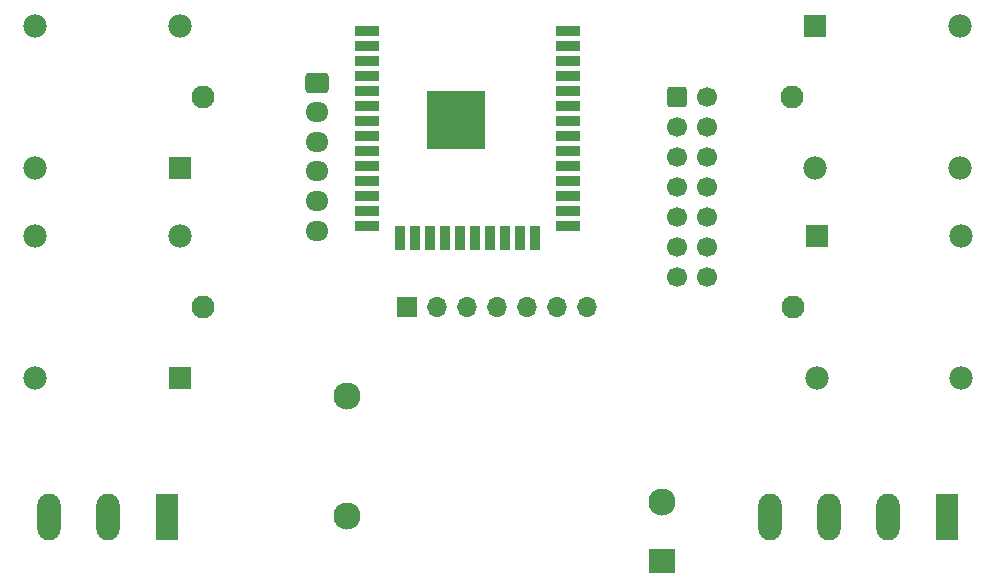
<source format=gbr>
%TF.GenerationSoftware,KiCad,Pcbnew,(6.0.4)*%
%TF.CreationDate,2022-04-23T22:51:50+05:30*%
%TF.ProjectId,esp32 switch,65737033-3220-4737-9769-7463682e6b69,rev?*%
%TF.SameCoordinates,Original*%
%TF.FileFunction,Soldermask,Top*%
%TF.FilePolarity,Negative*%
%FSLAX46Y46*%
G04 Gerber Fmt 4.6, Leading zero omitted, Abs format (unit mm)*
G04 Created by KiCad (PCBNEW (6.0.4)) date 2022-04-23 22:51:50*
%MOMM*%
%LPD*%
G01*
G04 APERTURE LIST*
G04 Aperture macros list*
%AMRoundRect*
0 Rectangle with rounded corners*
0 $1 Rounding radius*
0 $2 $3 $4 $5 $6 $7 $8 $9 X,Y pos of 4 corners*
0 Add a 4 corners polygon primitive as box body*
4,1,4,$2,$3,$4,$5,$6,$7,$8,$9,$2,$3,0*
0 Add four circle primitives for the rounded corners*
1,1,$1+$1,$2,$3*
1,1,$1+$1,$4,$5*
1,1,$1+$1,$6,$7*
1,1,$1+$1,$8,$9*
0 Add four rect primitives between the rounded corners*
20,1,$1+$1,$2,$3,$4,$5,0*
20,1,$1+$1,$4,$5,$6,$7,0*
20,1,$1+$1,$6,$7,$8,$9,0*
20,1,$1+$1,$8,$9,$2,$3,0*%
G04 Aperture macros list end*
%ADD10RoundRect,0.250000X-0.600000X-0.600000X0.600000X-0.600000X0.600000X0.600000X-0.600000X0.600000X0*%
%ADD11C,1.700000*%
%ADD12R,2.300000X2.000000*%
%ADD13C,2.300000*%
%ADD14R,1.980000X1.980000*%
%ADD15C,1.980000*%
%ADD16C,1.935000*%
%ADD17R,1.700000X1.700000*%
%ADD18O,1.700000X1.700000*%
%ADD19R,2.000000X0.900000*%
%ADD20R,0.900000X2.000000*%
%ADD21R,5.000000X5.000000*%
%ADD22R,1.980000X3.960000*%
%ADD23O,1.980000X3.960000*%
%ADD24RoundRect,0.250000X-0.725000X0.600000X-0.725000X-0.600000X0.725000X-0.600000X0.725000X0.600000X0*%
%ADD25O,1.950000X1.700000*%
G04 APERTURE END LIST*
D10*
%TO.C,J3*%
X147320000Y-63500000D03*
D11*
X149860000Y-63500000D03*
X147320000Y-66040000D03*
X149860000Y-66040000D03*
X147320000Y-68580000D03*
X149860000Y-68580000D03*
X147320000Y-71120000D03*
X149860000Y-71120000D03*
X147320000Y-73660000D03*
X149860000Y-73660000D03*
X147320000Y-76200000D03*
X149860000Y-76200000D03*
X147320000Y-78740000D03*
X149860000Y-78740000D03*
%TD*%
D12*
%TO.C,PS1*%
X146050000Y-102830000D03*
D13*
X146050000Y-97830000D03*
X119380000Y-99020000D03*
X119380000Y-88820000D03*
%TD*%
D14*
%TO.C,K3*%
X105160000Y-69500000D03*
D15*
X105160000Y-57500000D03*
D16*
X107160000Y-63500000D03*
D15*
X92960000Y-69500000D03*
X92960000Y-57500000D03*
%TD*%
D17*
%TO.C,J6*%
X124460000Y-81280000D03*
D18*
X127000000Y-81280000D03*
X129540000Y-81280000D03*
X132080000Y-81280000D03*
X134620000Y-81280000D03*
X137160000Y-81280000D03*
X139700000Y-81280000D03*
%TD*%
D14*
%TO.C,K4*%
X105160000Y-87280000D03*
D15*
X105160000Y-75280000D03*
D16*
X107160000Y-81280000D03*
D15*
X92960000Y-87280000D03*
X92960000Y-75280000D03*
%TD*%
D14*
%TO.C,K1*%
X159140000Y-75280000D03*
D15*
X159140000Y-87280000D03*
D16*
X157140000Y-81280000D03*
D15*
X171340000Y-75280000D03*
X171340000Y-87280000D03*
%TD*%
D19*
%TO.C,U2*%
X121040000Y-57955000D03*
X121040000Y-59225000D03*
X121040000Y-60495000D03*
X121040000Y-61765000D03*
X121040000Y-63035000D03*
X121040000Y-64305000D03*
X121040000Y-65575000D03*
X121040000Y-66845000D03*
X121040000Y-68115000D03*
X121040000Y-69385000D03*
X121040000Y-70655000D03*
X121040000Y-71925000D03*
X121040000Y-73195000D03*
X121040000Y-74465000D03*
D20*
X123825000Y-75465000D03*
X125095000Y-75465000D03*
X126365000Y-75465000D03*
X127635000Y-75465000D03*
X128905000Y-75465000D03*
X130175000Y-75465000D03*
X131445000Y-75465000D03*
X132715000Y-75465000D03*
X133985000Y-75465000D03*
X135255000Y-75465000D03*
D19*
X138040000Y-74465000D03*
X138040000Y-73195000D03*
X138040000Y-71925000D03*
X138040000Y-70655000D03*
X138040000Y-69385000D03*
X138040000Y-68115000D03*
X138040000Y-66845000D03*
X138040000Y-65575000D03*
X138040000Y-64305000D03*
X138040000Y-63035000D03*
X138040000Y-61765000D03*
X138040000Y-60495000D03*
X138040000Y-59225000D03*
X138040000Y-57955000D03*
D21*
X128540000Y-65455000D03*
%TD*%
D14*
%TO.C,K2*%
X159000000Y-57500000D03*
D15*
X159000000Y-69500000D03*
D16*
X157000000Y-63500000D03*
D15*
X171200000Y-57500000D03*
X171200000Y-69500000D03*
%TD*%
D22*
%TO.C,J1*%
X170180000Y-99060000D03*
D23*
X165180000Y-99060000D03*
X160180000Y-99060000D03*
X155180000Y-99060000D03*
%TD*%
D22*
%TO.C,J2*%
X104140000Y-99060000D03*
D23*
X99140000Y-99060000D03*
X94140000Y-99060000D03*
%TD*%
D24*
%TO.C,J5*%
X116840000Y-62330000D03*
D25*
X116840000Y-64830000D03*
X116840000Y-67330000D03*
X116840000Y-69830000D03*
X116840000Y-72330000D03*
X116840000Y-74830000D03*
%TD*%
M02*

</source>
